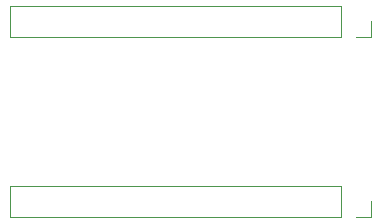
<source format=gbr>
%TF.GenerationSoftware,KiCad,Pcbnew,7.0.9*%
%TF.CreationDate,2023-12-31T12:54:37+01:00*%
%TF.ProjectId,esp32promicro,65737033-3270-4726-9f6d-6963726f2e6b,rev?*%
%TF.SameCoordinates,Original*%
%TF.FileFunction,Legend,Bot*%
%TF.FilePolarity,Positive*%
%FSLAX46Y46*%
G04 Gerber Fmt 4.6, Leading zero omitted, Abs format (unit mm)*
G04 Created by KiCad (PCBNEW 7.0.9) date 2023-12-31 12:54:37*
%MOMM*%
%LPD*%
G01*
G04 APERTURE LIST*
%ADD10C,0.120000*%
G04 APERTURE END LIST*
D10*
%TO.C,J2*%
X98999480Y-72001269D02*
X98999480Y-69341269D01*
X126999480Y-72001269D02*
X98999480Y-72001269D01*
X126999480Y-72001269D02*
X126999480Y-69341269D01*
X128269480Y-72001269D02*
X129599480Y-72001269D01*
X129599480Y-72001269D02*
X129599480Y-70671269D01*
X126999480Y-69341269D02*
X98999480Y-69341269D01*
%TO.C,J1*%
X98983479Y-56761270D02*
X98983479Y-54101270D01*
X126983479Y-56761270D02*
X98983479Y-56761270D01*
X126983479Y-56761270D02*
X126983479Y-54101270D01*
X128253479Y-56761270D02*
X129583479Y-56761270D01*
X129583479Y-56761270D02*
X129583479Y-55431270D01*
X126983479Y-54101270D02*
X98983479Y-54101270D01*
%TD*%
M02*

</source>
